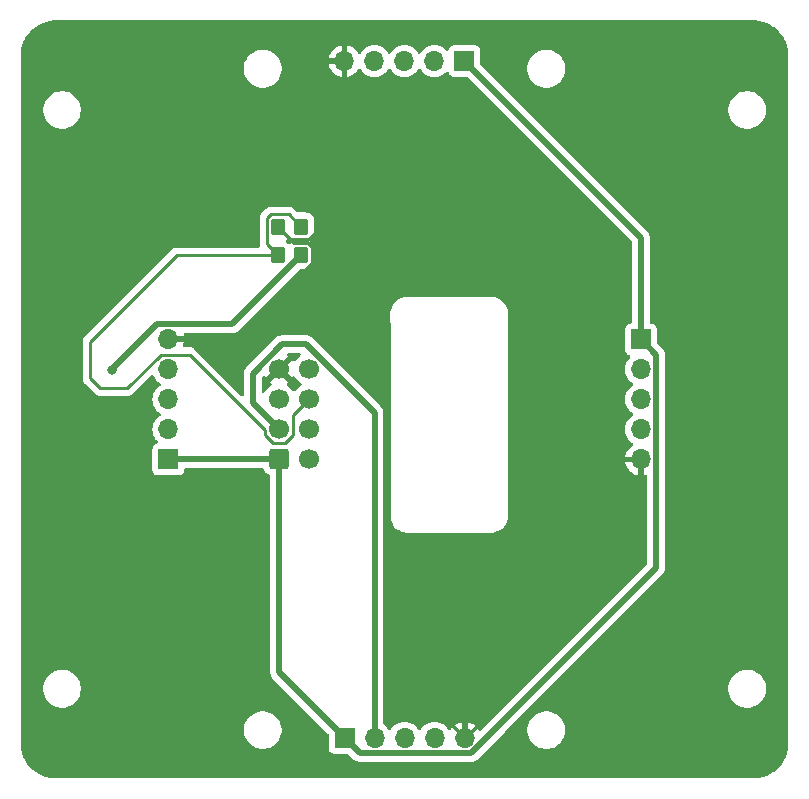
<source format=gbr>
%TF.GenerationSoftware,KiCad,Pcbnew,8.0.0-dirty*%
%TF.CreationDate,2024-04-14T22:52:08-04:00*%
%TF.ProjectId,UltrasonicPCB,556c7472-6173-46f6-9e69-635043422e6b,rev?*%
%TF.SameCoordinates,Original*%
%TF.FileFunction,Copper,L2,Bot*%
%TF.FilePolarity,Positive*%
%FSLAX46Y46*%
G04 Gerber Fmt 4.6, Leading zero omitted, Abs format (unit mm)*
G04 Created by KiCad (PCBNEW 8.0.0-dirty) date 2024-04-14 22:52:08*
%MOMM*%
%LPD*%
G01*
G04 APERTURE LIST*
G04 Aperture macros list*
%AMRoundRect*
0 Rectangle with rounded corners*
0 $1 Rounding radius*
0 $2 $3 $4 $5 $6 $7 $8 $9 X,Y pos of 4 corners*
0 Add a 4 corners polygon primitive as box body*
4,1,4,$2,$3,$4,$5,$6,$7,$8,$9,$2,$3,0*
0 Add four circle primitives for the rounded corners*
1,1,$1+$1,$2,$3*
1,1,$1+$1,$4,$5*
1,1,$1+$1,$6,$7*
1,1,$1+$1,$8,$9*
0 Add four rect primitives between the rounded corners*
20,1,$1+$1,$2,$3,$4,$5,0*
20,1,$1+$1,$4,$5,$6,$7,0*
20,1,$1+$1,$6,$7,$8,$9,0*
20,1,$1+$1,$8,$9,$2,$3,0*%
G04 Aperture macros list end*
%TA.AperFunction,ComponentPad*%
%ADD10R,1.700000X1.700000*%
%TD*%
%TA.AperFunction,ComponentPad*%
%ADD11O,1.700000X1.700000*%
%TD*%
%TA.AperFunction,SMDPad,CuDef*%
%ADD12RoundRect,0.250000X0.350000X0.450000X-0.350000X0.450000X-0.350000X-0.450000X0.350000X-0.450000X0*%
%TD*%
%TA.AperFunction,ComponentPad*%
%ADD13RoundRect,0.250000X-0.600000X-0.600000X0.600000X-0.600000X0.600000X0.600000X-0.600000X0.600000X0*%
%TD*%
%TA.AperFunction,ComponentPad*%
%ADD14C,1.700000*%
%TD*%
%TA.AperFunction,ViaPad*%
%ADD15C,0.800000*%
%TD*%
%TA.AperFunction,Conductor*%
%ADD16C,0.500000*%
%TD*%
%TA.AperFunction,Conductor*%
%ADD17C,0.250000*%
%TD*%
G04 APERTURE END LIST*
D10*
%TO.P,U3,1,VCC*%
%TO.N,5V*%
X131290000Y-70060000D03*
D11*
%TO.P,U3,2,TRIG*%
%TO.N,TRIG3*%
X128750000Y-70060000D03*
%TO.P,U3,3,ECHO*%
%TO.N,Net-(D3-A)*%
X126210000Y-70060000D03*
%TO.P,U3,4,OUT*%
%TO.N,unconnected-(U3-OUT-Pad4)*%
X123670000Y-70060000D03*
%TO.P,U3,5,GND*%
%TO.N,GND*%
X121130000Y-70060000D03*
%TD*%
D10*
%TO.P,U2,1,VCC*%
%TO.N,5V*%
X121140000Y-127340000D03*
D11*
%TO.P,U2,2,TRIG*%
%TO.N,TRIG2*%
X123680000Y-127340000D03*
%TO.P,U2,3,ECHO*%
%TO.N,Net-(D2-A)*%
X126220000Y-127340000D03*
%TO.P,U2,4,OUT*%
%TO.N,unconnected-(U2-OUT-Pad4)*%
X128760000Y-127340000D03*
%TO.P,U2,5,GND*%
%TO.N,GND*%
X131300000Y-127340000D03*
%TD*%
D12*
%TO.P,R2,1*%
%TO.N,Net-(J2-Pin_6)*%
X117490000Y-84070000D03*
%TO.P,R2,2*%
%TO.N,GND*%
X115490000Y-84070000D03*
%TD*%
D10*
%TO.P,U5,1,VCC*%
%TO.N,5V*%
X146230000Y-93630000D03*
D11*
%TO.P,U5,2,TRIG*%
%TO.N,TRIG4*%
X146230000Y-96170000D03*
%TO.P,U5,3,ECHO*%
%TO.N,Net-(D4-A)*%
X146230000Y-98710000D03*
%TO.P,U5,4,OUT*%
%TO.N,unconnected-(U5-OUT-Pad4)*%
X146230000Y-101250000D03*
%TO.P,U5,5,GND*%
%TO.N,GND*%
X146230000Y-103790000D03*
%TD*%
D10*
%TO.P,U1,1,VCC*%
%TO.N,5V*%
X106220000Y-103785000D03*
D11*
%TO.P,U1,2,TRIG*%
%TO.N,TRIG1*%
X106220000Y-101245000D03*
%TO.P,U1,3,ECHO*%
%TO.N,Net-(D1-A)*%
X106220000Y-98705000D03*
%TO.P,U1,4,OUT*%
%TO.N,unconnected-(U1-OUT-Pad4)*%
X106220000Y-96165000D03*
%TO.P,U1,5,GND*%
%TO.N,GND*%
X106220000Y-93625000D03*
%TD*%
D12*
%TO.P,R1,1*%
%TO.N,ECHO*%
X117470000Y-86470000D03*
%TO.P,R1,2*%
%TO.N,Net-(J2-Pin_6)*%
X115470000Y-86470000D03*
%TD*%
D13*
%TO.P,J2,1,Pin_1*%
%TO.N,5V*%
X115590000Y-103740000D03*
D14*
%TO.P,J2,2,Pin_2*%
%TO.N,TRIG1*%
X118130000Y-103740000D03*
%TO.P,J2,3,Pin_3*%
%TO.N,TRIG2*%
X115590000Y-101200000D03*
%TO.P,J2,4,Pin_4*%
%TO.N,TRIG3*%
X118130000Y-101200000D03*
%TO.P,J2,5,Pin_5*%
%TO.N,TRIG4*%
X115590000Y-98660000D03*
%TO.P,J2,6,Pin_6*%
%TO.N,Net-(J2-Pin_6)*%
X118130000Y-98660000D03*
%TO.P,J2,7,Pin_7*%
%TO.N,GND*%
X115590000Y-96120000D03*
%TO.P,J2,8*%
%TO.N,N/C*%
X118130000Y-96120000D03*
%TD*%
D15*
%TO.N,ECHO*%
X101422500Y-96202500D03*
%TD*%
D16*
%TO.N,5V*%
X146230000Y-93630000D02*
X146230000Y-85000000D01*
X115590000Y-103740000D02*
X106265000Y-103740000D01*
X147530000Y-112948478D02*
X131838478Y-128640000D01*
X147530000Y-94930000D02*
X147530000Y-112948478D01*
X146230000Y-93630000D02*
X147530000Y-94930000D01*
X131838478Y-128640000D02*
X122440000Y-128640000D01*
X106265000Y-103740000D02*
X106220000Y-103785000D01*
X115590000Y-103740000D02*
X115590000Y-121790000D01*
X146230000Y-85000000D02*
X131290000Y-70060000D01*
X122440000Y-128640000D02*
X121140000Y-127340000D01*
X115590000Y-121790000D02*
X121140000Y-127340000D01*
D17*
%TO.N,GND*%
X115490000Y-84070000D02*
X116515000Y-85095000D01*
X116515000Y-85095000D02*
X118085100Y-85095000D01*
X118395000Y-85774900D02*
X118395000Y-87165100D01*
X118395000Y-87165100D02*
X111935100Y-93625000D01*
X116710000Y-85290000D02*
X115490000Y-84070000D01*
X131300000Y-127340000D02*
X146230000Y-112410000D01*
X124868969Y-92248869D02*
X117910100Y-85290000D01*
X117910100Y-85290000D02*
X116710000Y-85290000D01*
X111935100Y-93625000D02*
X106220000Y-93625000D01*
X118085100Y-85095000D02*
X121130000Y-82050100D01*
X116865000Y-85445000D02*
X118065100Y-85445000D01*
X146230000Y-112410000D02*
X146230000Y-103790000D01*
X121130000Y-82050100D02*
X121130000Y-70060000D01*
X131300000Y-127340000D02*
X124868969Y-120908969D01*
X115490000Y-84070000D02*
X116865000Y-85445000D01*
X118065100Y-85445000D02*
X118395000Y-85774900D01*
X124868969Y-120908969D02*
X124868969Y-92248869D01*
D16*
%TO.N,TRIG2*%
X115851522Y-94020000D02*
X117868478Y-94020000D01*
X115590000Y-101200000D02*
X113360000Y-98970000D01*
X113360000Y-96511522D02*
X115851522Y-94020000D01*
X113360000Y-98970000D02*
X113360000Y-96511522D01*
X117868478Y-94020000D02*
X123680000Y-99831522D01*
X123680000Y-99831522D02*
X123680000Y-127340000D01*
%TO.N,ECHO*%
X101422500Y-96157500D02*
X101470000Y-96110000D01*
X105255000Y-92325000D02*
X101470000Y-96110000D01*
X101422500Y-96202500D02*
X101422500Y-96157500D01*
X117470000Y-86470000D02*
X111615000Y-92325000D01*
X111615000Y-92325000D02*
X105255000Y-92325000D01*
X101470000Y-96110000D02*
X101470000Y-96155000D01*
X101470000Y-96155000D02*
X101422500Y-96202500D01*
D17*
%TO.N,Net-(J2-Pin_6)*%
X116765000Y-100025000D02*
X116765000Y-101686701D01*
X114415000Y-101305000D02*
X108020000Y-94910000D01*
X99580000Y-93810000D02*
X106920000Y-86470000D01*
X114885000Y-83045000D02*
X116465000Y-83045000D01*
X100470000Y-97780000D02*
X99580000Y-96890000D01*
X115103299Y-102375000D02*
X114415000Y-101686701D01*
X116765000Y-101686701D02*
X116076701Y-102375000D01*
X114565000Y-85565000D02*
X114565000Y-83365000D01*
X114415000Y-101686701D02*
X114415000Y-101305000D01*
X102753299Y-97780000D02*
X100470000Y-97780000D01*
X115470000Y-86470000D02*
X114565000Y-85565000D01*
X116076701Y-102375000D02*
X115103299Y-102375000D01*
X116465000Y-83045000D02*
X117490000Y-84070000D01*
X105623299Y-94910000D02*
X102753299Y-97780000D01*
X106920000Y-86470000D02*
X115470000Y-86470000D01*
X114565000Y-83365000D02*
X114885000Y-83045000D01*
X118130000Y-98660000D02*
X116765000Y-100025000D01*
X108020000Y-94910000D02*
X105623299Y-94910000D01*
X99580000Y-96890000D02*
X99580000Y-93810000D01*
%TD*%
%TA.AperFunction,Conductor*%
%TO.N,GND*%
G36*
X115124075Y-96312993D02*
G01*
X115189901Y-96427007D01*
X115282993Y-96520099D01*
X115397007Y-96585925D01*
X115460590Y-96602962D01*
X114828625Y-97234925D01*
X114904594Y-97288119D01*
X114948219Y-97342696D01*
X114955413Y-97412194D01*
X114923890Y-97474549D01*
X114904595Y-97491269D01*
X114718594Y-97621508D01*
X114551505Y-97788597D01*
X114415965Y-97982169D01*
X114415964Y-97982171D01*
X114346882Y-98130319D01*
X114300710Y-98182758D01*
X114233516Y-98201910D01*
X114166635Y-98181694D01*
X114121300Y-98128529D01*
X114110500Y-98077914D01*
X114110500Y-96873750D01*
X114130185Y-96806711D01*
X114146814Y-96786074D01*
X114201789Y-96731099D01*
X114263110Y-96697616D01*
X114332802Y-96702600D01*
X114388735Y-96744472D01*
X114401849Y-96766376D01*
X114416396Y-96797572D01*
X114416400Y-96797579D01*
X114475073Y-96881373D01*
X115107037Y-96249408D01*
X115124075Y-96312993D01*
G37*
%TD.AperFunction*%
%TA.AperFunction,Conductor*%
G36*
X116704925Y-96881373D02*
G01*
X116758119Y-96805405D01*
X116812696Y-96761781D01*
X116882195Y-96754588D01*
X116944549Y-96786110D01*
X116961269Y-96805405D01*
X116973161Y-96822389D01*
X117091505Y-96991401D01*
X117091506Y-96991402D01*
X117258597Y-97158493D01*
X117258603Y-97158498D01*
X117444158Y-97288425D01*
X117487783Y-97343002D01*
X117494977Y-97412500D01*
X117463454Y-97474855D01*
X117444158Y-97491575D01*
X117258597Y-97621505D01*
X117091505Y-97788597D01*
X116961575Y-97974158D01*
X116906998Y-98017783D01*
X116837500Y-98024977D01*
X116775145Y-97993454D01*
X116758425Y-97974158D01*
X116628494Y-97788597D01*
X116461402Y-97621506D01*
X116461401Y-97621505D01*
X116275405Y-97491269D01*
X116231781Y-97436692D01*
X116224588Y-97367193D01*
X116256110Y-97304839D01*
X116275405Y-97288119D01*
X116351373Y-97234925D01*
X115719409Y-96602962D01*
X115782993Y-96585925D01*
X115897007Y-96520099D01*
X115990099Y-96427007D01*
X116055925Y-96312993D01*
X116072962Y-96249410D01*
X116704925Y-96881373D01*
G37*
%TD.AperFunction*%
%TA.AperFunction,Conductor*%
G36*
X117376522Y-94790185D02*
G01*
X117422277Y-94842989D01*
X117432221Y-94912147D01*
X117403196Y-94975703D01*
X117380606Y-94996075D01*
X117258596Y-95081506D01*
X117091505Y-95248597D01*
X116961269Y-95434595D01*
X116906692Y-95478220D01*
X116837194Y-95485414D01*
X116774839Y-95453891D01*
X116758119Y-95434595D01*
X116704925Y-95358626D01*
X116704925Y-95358625D01*
X116072962Y-95990589D01*
X116055925Y-95927007D01*
X115990099Y-95812993D01*
X115897007Y-95719901D01*
X115782993Y-95654075D01*
X115719408Y-95637037D01*
X116351373Y-95005073D01*
X116351373Y-95005072D01*
X116338523Y-94996075D01*
X116294898Y-94941499D01*
X116287704Y-94872000D01*
X116319226Y-94809646D01*
X116379456Y-94774231D01*
X116409646Y-94770500D01*
X117309483Y-94770500D01*
X117376522Y-94790185D01*
G37*
%TD.AperFunction*%
%TA.AperFunction,Conductor*%
G36*
X116532979Y-84990194D02*
G01*
X116577327Y-85018695D01*
X116671344Y-85112712D01*
X116745242Y-85158292D01*
X116791967Y-85210239D01*
X116803190Y-85279202D01*
X116775347Y-85343284D01*
X116745244Y-85369369D01*
X116651344Y-85427287D01*
X116651343Y-85427288D01*
X116557681Y-85520951D01*
X116496358Y-85554436D01*
X116426666Y-85549452D01*
X116382319Y-85520951D01*
X116288657Y-85427289D01*
X116288656Y-85427288D01*
X116214279Y-85381412D01*
X116167556Y-85329465D01*
X116156333Y-85260502D01*
X116184177Y-85196420D01*
X116214281Y-85170335D01*
X116308341Y-85112318D01*
X116401964Y-85018695D01*
X116463287Y-84985210D01*
X116532979Y-84990194D01*
G37*
%TD.AperFunction*%
%TA.AperFunction,Conductor*%
G36*
X155720858Y-66600005D02*
G01*
X155779039Y-66600816D01*
X155882007Y-66602254D01*
X155894140Y-66603019D01*
X156215276Y-66639148D01*
X156228965Y-66641470D01*
X156543192Y-66713081D01*
X156556530Y-66716918D01*
X156860797Y-66823216D01*
X156873614Y-66828517D01*
X157139222Y-66956211D01*
X157164091Y-66968167D01*
X157176248Y-66974875D01*
X157449271Y-67146113D01*
X157460603Y-67154138D01*
X157712771Y-67354828D01*
X157723134Y-67364068D01*
X157951295Y-67591701D01*
X157960560Y-67602044D01*
X158161833Y-67853751D01*
X158169884Y-67865063D01*
X158341758Y-68137701D01*
X158348493Y-68149843D01*
X158488806Y-68439978D01*
X158494142Y-68452797D01*
X158589923Y-68724938D01*
X158601140Y-68756807D01*
X158605009Y-68770142D01*
X158677346Y-69084205D01*
X158679700Y-69097889D01*
X158716569Y-69418926D01*
X158717363Y-69431057D01*
X158719982Y-69592085D01*
X158719998Y-69594102D01*
X158720000Y-73700000D01*
X158720000Y-123700000D01*
X158719998Y-127799141D01*
X158719987Y-127800816D01*
X158717807Y-127962232D01*
X158717038Y-127974441D01*
X158680806Y-128296007D01*
X158678477Y-128309716D01*
X158606654Y-128624392D01*
X158602805Y-128637754D01*
X158496198Y-128942420D01*
X158490876Y-128955267D01*
X158350833Y-129246067D01*
X158344107Y-129258237D01*
X158172382Y-129531536D01*
X158164335Y-129542877D01*
X157963090Y-129795231D01*
X157953824Y-129805599D01*
X157725596Y-130033827D01*
X157715228Y-130043093D01*
X157462874Y-130244338D01*
X157451533Y-130252385D01*
X157178234Y-130424109D01*
X157166064Y-130430835D01*
X156875263Y-130570878D01*
X156862416Y-130576200D01*
X156557748Y-130682808D01*
X156544385Y-130686657D01*
X156229714Y-130758477D01*
X156216005Y-130760806D01*
X155894434Y-130797038D01*
X155882232Y-130797807D01*
X155720808Y-130799995D01*
X155719127Y-130800006D01*
X96720856Y-130799984D01*
X96719183Y-130799973D01*
X96714544Y-130799910D01*
X96557766Y-130797793D01*
X96545557Y-130797024D01*
X96223991Y-130760791D01*
X96210282Y-130758462D01*
X95895600Y-130686638D01*
X95882238Y-130682788D01*
X95577589Y-130576186D01*
X95564742Y-130570865D01*
X95273934Y-130430819D01*
X95261764Y-130424093D01*
X94988466Y-130252368D01*
X94977125Y-130244321D01*
X94724773Y-130043075D01*
X94714405Y-130033809D01*
X94486175Y-129805578D01*
X94476909Y-129795209D01*
X94474377Y-129792034D01*
X94275667Y-129542858D01*
X94267624Y-129531523D01*
X94175409Y-129384763D01*
X94095894Y-129258214D01*
X94089170Y-129246046D01*
X94078048Y-129222950D01*
X93949126Y-128955238D01*
X93943814Y-128942415D01*
X93837200Y-128637727D01*
X93833356Y-128624384D01*
X93761533Y-128309699D01*
X93759205Y-128295992D01*
X93752657Y-128237876D01*
X93722971Y-127974400D01*
X93722205Y-127962232D01*
X93720011Y-127800793D01*
X93720000Y-127799109D01*
X93720000Y-126825734D01*
X112622466Y-126825734D01*
X112661801Y-127074090D01*
X112739508Y-127313244D01*
X112853668Y-127537293D01*
X113001463Y-127740717D01*
X113001467Y-127740722D01*
X113179277Y-127918532D01*
X113179282Y-127918536D01*
X113356720Y-128047451D01*
X113382710Y-128066334D01*
X113525474Y-128139076D01*
X113606755Y-128180491D01*
X113606757Y-128180491D01*
X113606760Y-128180493D01*
X113734949Y-128222144D01*
X113845909Y-128258198D01*
X114094266Y-128297534D01*
X114345729Y-128297534D01*
X114345734Y-128297534D01*
X114594090Y-128258198D01*
X114656634Y-128237876D01*
X114833240Y-128180493D01*
X115057290Y-128066334D01*
X115260724Y-127918531D01*
X115438531Y-127740724D01*
X115586334Y-127537290D01*
X115700493Y-127313240D01*
X115778198Y-127074090D01*
X115817534Y-126825729D01*
X115820000Y-126700000D01*
X115817534Y-126574271D01*
X115778198Y-126325910D01*
X115700493Y-126086760D01*
X115700491Y-126086757D01*
X115700491Y-126086755D01*
X115648308Y-125984341D01*
X115586334Y-125862710D01*
X115567451Y-125836720D01*
X115438536Y-125659282D01*
X115438532Y-125659277D01*
X115260722Y-125481467D01*
X115260717Y-125481463D01*
X115057293Y-125333668D01*
X115057292Y-125333667D01*
X115057290Y-125333666D01*
X114987322Y-125298015D01*
X114833244Y-125219508D01*
X114594090Y-125141801D01*
X114345734Y-125102466D01*
X114345729Y-125102466D01*
X114094271Y-125102466D01*
X114094266Y-125102466D01*
X113845909Y-125141801D01*
X113606755Y-125219508D01*
X113382706Y-125333668D01*
X113179282Y-125481463D01*
X113179277Y-125481467D01*
X113001467Y-125659277D01*
X113001463Y-125659282D01*
X112853668Y-125862706D01*
X112739508Y-126086755D01*
X112661801Y-126325909D01*
X112622466Y-126574265D01*
X112622466Y-126825734D01*
X93720000Y-126825734D01*
X93720000Y-123325734D01*
X95622466Y-123325734D01*
X95661801Y-123574090D01*
X95739508Y-123813244D01*
X95853668Y-124037293D01*
X96001463Y-124240717D01*
X96001467Y-124240722D01*
X96179277Y-124418532D01*
X96179282Y-124418536D01*
X96356720Y-124547451D01*
X96382710Y-124566334D01*
X96525474Y-124639076D01*
X96606755Y-124680491D01*
X96606757Y-124680491D01*
X96606760Y-124680493D01*
X96734949Y-124722144D01*
X96845909Y-124758198D01*
X97094266Y-124797534D01*
X97345729Y-124797534D01*
X97345734Y-124797534D01*
X97594090Y-124758198D01*
X97833240Y-124680493D01*
X98057290Y-124566334D01*
X98260724Y-124418531D01*
X98438531Y-124240724D01*
X98586334Y-124037290D01*
X98700493Y-123813240D01*
X98778198Y-123574090D01*
X98817534Y-123325729D01*
X98820000Y-123200000D01*
X98817534Y-123074271D01*
X98778198Y-122825910D01*
X98700493Y-122586760D01*
X98700491Y-122586757D01*
X98700491Y-122586755D01*
X98659076Y-122505474D01*
X98586334Y-122362710D01*
X98464288Y-122194727D01*
X98438536Y-122159282D01*
X98438532Y-122159277D01*
X98260722Y-121981467D01*
X98260717Y-121981463D01*
X98057293Y-121833668D01*
X98057292Y-121833667D01*
X98057290Y-121833666D01*
X97987322Y-121798015D01*
X97833244Y-121719508D01*
X97594090Y-121641801D01*
X97345734Y-121602466D01*
X97345729Y-121602466D01*
X97094271Y-121602466D01*
X97094266Y-121602466D01*
X96845909Y-121641801D01*
X96606755Y-121719508D01*
X96382706Y-121833668D01*
X96179282Y-121981463D01*
X96179277Y-121981467D01*
X96001467Y-122159277D01*
X96001463Y-122159282D01*
X95853668Y-122362706D01*
X95739508Y-122586755D01*
X95661801Y-122825909D01*
X95622466Y-123074265D01*
X95622466Y-123325734D01*
X93720000Y-123325734D01*
X93720000Y-96951611D01*
X98954500Y-96951611D01*
X98978535Y-97072444D01*
X98978540Y-97072461D01*
X99025685Y-97186281D01*
X99025687Y-97186284D01*
X99052016Y-97225687D01*
X99052017Y-97225689D01*
X99094141Y-97288732D01*
X99094144Y-97288736D01*
X99185586Y-97380178D01*
X99185608Y-97380198D01*
X99981016Y-98175606D01*
X99981045Y-98175637D01*
X100071264Y-98265856D01*
X100071267Y-98265858D01*
X100122490Y-98300084D01*
X100173714Y-98334312D01*
X100244698Y-98363714D01*
X100287548Y-98381463D01*
X100315627Y-98387048D01*
X100408391Y-98405499D01*
X100408392Y-98405500D01*
X100408393Y-98405500D01*
X102814907Y-98405500D01*
X102814907Y-98405499D01*
X102907672Y-98387048D01*
X102907673Y-98387048D01*
X102917116Y-98385169D01*
X102935751Y-98381463D01*
X102978601Y-98363714D01*
X103049585Y-98334312D01*
X103100808Y-98300084D01*
X103152032Y-98265858D01*
X103239157Y-98178733D01*
X103239158Y-98178731D01*
X103246224Y-98171665D01*
X103246227Y-98171661D01*
X104770989Y-96646898D01*
X104832310Y-96613415D01*
X104902002Y-96618399D01*
X104957935Y-96660271D01*
X104971050Y-96682176D01*
X104995550Y-96734716D01*
X105036433Y-96822389D01*
X105045965Y-96842829D01*
X105045967Y-96842834D01*
X105122134Y-96951611D01*
X105165016Y-97012853D01*
X105181501Y-97036395D01*
X105181506Y-97036402D01*
X105348597Y-97203493D01*
X105348603Y-97203498D01*
X105534158Y-97333425D01*
X105577783Y-97388002D01*
X105584977Y-97457500D01*
X105553454Y-97519855D01*
X105534158Y-97536575D01*
X105348597Y-97666505D01*
X105181505Y-97833597D01*
X105045965Y-98027169D01*
X105045964Y-98027171D01*
X104946098Y-98241335D01*
X104946094Y-98241344D01*
X104884938Y-98469586D01*
X104884936Y-98469596D01*
X104864341Y-98704999D01*
X104864341Y-98705000D01*
X104884936Y-98940403D01*
X104884938Y-98940413D01*
X104946094Y-99168655D01*
X104946096Y-99168659D01*
X104946097Y-99168663D01*
X105032105Y-99353107D01*
X105045965Y-99382830D01*
X105045967Y-99382834D01*
X105181501Y-99576395D01*
X105181506Y-99576402D01*
X105348597Y-99743493D01*
X105348603Y-99743498D01*
X105534158Y-99873425D01*
X105577783Y-99928002D01*
X105584977Y-99997500D01*
X105553454Y-100059855D01*
X105534158Y-100076575D01*
X105348597Y-100206505D01*
X105181505Y-100373597D01*
X105045965Y-100567169D01*
X105045964Y-100567171D01*
X104946098Y-100781335D01*
X104946094Y-100781344D01*
X104884938Y-101009586D01*
X104884936Y-101009596D01*
X104864341Y-101244999D01*
X104864341Y-101245000D01*
X104884936Y-101480403D01*
X104884938Y-101480413D01*
X104946094Y-101708655D01*
X104946096Y-101708659D01*
X104946097Y-101708663D01*
X105024981Y-101877830D01*
X105045965Y-101922830D01*
X105045967Y-101922834D01*
X105119002Y-102027138D01*
X105181501Y-102116396D01*
X105181506Y-102116402D01*
X105303430Y-102238326D01*
X105336915Y-102299649D01*
X105331931Y-102369341D01*
X105290059Y-102425274D01*
X105259083Y-102442189D01*
X105127669Y-102491203D01*
X105127664Y-102491206D01*
X105012455Y-102577452D01*
X105012452Y-102577455D01*
X104926206Y-102692664D01*
X104926202Y-102692671D01*
X104875908Y-102827517D01*
X104869501Y-102887116D01*
X104869500Y-102887135D01*
X104869500Y-104682870D01*
X104869501Y-104682876D01*
X104875908Y-104742483D01*
X104926202Y-104877328D01*
X104926206Y-104877335D01*
X105012452Y-104992544D01*
X105012455Y-104992547D01*
X105127664Y-105078793D01*
X105127671Y-105078797D01*
X105262517Y-105129091D01*
X105262516Y-105129091D01*
X105269444Y-105129835D01*
X105322127Y-105135500D01*
X107117872Y-105135499D01*
X107177483Y-105129091D01*
X107312331Y-105078796D01*
X107427546Y-104992546D01*
X107513796Y-104877331D01*
X107564091Y-104742483D01*
X107570500Y-104682873D01*
X107570500Y-104614500D01*
X107590185Y-104547461D01*
X107642989Y-104501706D01*
X107694500Y-104490500D01*
X114159699Y-104490500D01*
X114226738Y-104510185D01*
X114272493Y-104562989D01*
X114277403Y-104575492D01*
X114305186Y-104659334D01*
X114397288Y-104808656D01*
X114521344Y-104932712D01*
X114670666Y-105024814D01*
X114754505Y-105052595D01*
X114811948Y-105092366D01*
X114838772Y-105156882D01*
X114839500Y-105170300D01*
X114839500Y-121863918D01*
X114839500Y-121863920D01*
X114839499Y-121863920D01*
X114868340Y-122008907D01*
X114868343Y-122008917D01*
X114924914Y-122145492D01*
X114957812Y-122194727D01*
X114957813Y-122194730D01*
X115007046Y-122268414D01*
X115007052Y-122268421D01*
X119753181Y-127014548D01*
X119786666Y-127075871D01*
X119789500Y-127102229D01*
X119789500Y-128237870D01*
X119789501Y-128237876D01*
X119795908Y-128297483D01*
X119846202Y-128432328D01*
X119846206Y-128432335D01*
X119932452Y-128547544D01*
X119932455Y-128547547D01*
X120047664Y-128633793D01*
X120047671Y-128633797D01*
X120182517Y-128684091D01*
X120182516Y-128684091D01*
X120189444Y-128684835D01*
X120242127Y-128690500D01*
X121377769Y-128690499D01*
X121444808Y-128710184D01*
X121465450Y-128726818D01*
X121857049Y-129118416D01*
X121961584Y-129222951D01*
X121961587Y-129222953D01*
X121961588Y-129222954D01*
X122084503Y-129305083D01*
X122084506Y-129305085D01*
X122141079Y-129328518D01*
X122141080Y-129328518D01*
X122221088Y-129361659D01*
X122337241Y-129384763D01*
X122356468Y-129388587D01*
X122366081Y-129390500D01*
X122366082Y-129390500D01*
X131912398Y-129390500D01*
X132009940Y-129371096D01*
X132057391Y-129361658D01*
X132193973Y-129305084D01*
X132243207Y-129272186D01*
X132264119Y-129258214D01*
X132282330Y-129246046D01*
X132316894Y-129222952D01*
X134714112Y-126825734D01*
X136622466Y-126825734D01*
X136661801Y-127074090D01*
X136739508Y-127313244D01*
X136853668Y-127537293D01*
X137001463Y-127740717D01*
X137001467Y-127740722D01*
X137179277Y-127918532D01*
X137179282Y-127918536D01*
X137356720Y-128047451D01*
X137382710Y-128066334D01*
X137525474Y-128139076D01*
X137606755Y-128180491D01*
X137606757Y-128180491D01*
X137606760Y-128180493D01*
X137734949Y-128222144D01*
X137845909Y-128258198D01*
X138094266Y-128297534D01*
X138345729Y-128297534D01*
X138345734Y-128297534D01*
X138594090Y-128258198D01*
X138656634Y-128237876D01*
X138833240Y-128180493D01*
X139057290Y-128066334D01*
X139260724Y-127918531D01*
X139438531Y-127740724D01*
X139586334Y-127537290D01*
X139700493Y-127313240D01*
X139778198Y-127074090D01*
X139817534Y-126825729D01*
X139820000Y-126700000D01*
X139817534Y-126574271D01*
X139778198Y-126325910D01*
X139700493Y-126086760D01*
X139700491Y-126086757D01*
X139700491Y-126086755D01*
X139648308Y-125984341D01*
X139586334Y-125862710D01*
X139567451Y-125836720D01*
X139438536Y-125659282D01*
X139438532Y-125659277D01*
X139260722Y-125481467D01*
X139260717Y-125481463D01*
X139057293Y-125333668D01*
X139057292Y-125333667D01*
X139057290Y-125333666D01*
X138987322Y-125298015D01*
X138833244Y-125219508D01*
X138594090Y-125141801D01*
X138345734Y-125102466D01*
X138345729Y-125102466D01*
X138094271Y-125102466D01*
X138094266Y-125102466D01*
X137845909Y-125141801D01*
X137606755Y-125219508D01*
X137382706Y-125333668D01*
X137179282Y-125481463D01*
X137179277Y-125481467D01*
X137001467Y-125659277D01*
X137001463Y-125659282D01*
X136853668Y-125862706D01*
X136739508Y-126086755D01*
X136661801Y-126325909D01*
X136622466Y-126574265D01*
X136622466Y-126825734D01*
X134714112Y-126825734D01*
X138214112Y-123325734D01*
X153622466Y-123325734D01*
X153661801Y-123574090D01*
X153739508Y-123813244D01*
X153853668Y-124037293D01*
X154001463Y-124240717D01*
X154001467Y-124240722D01*
X154179277Y-124418532D01*
X154179282Y-124418536D01*
X154356720Y-124547451D01*
X154382710Y-124566334D01*
X154525474Y-124639076D01*
X154606755Y-124680491D01*
X154606757Y-124680491D01*
X154606760Y-124680493D01*
X154734949Y-124722144D01*
X154845909Y-124758198D01*
X155094266Y-124797534D01*
X155345729Y-124797534D01*
X155345734Y-124797534D01*
X155594090Y-124758198D01*
X155833240Y-124680493D01*
X156057290Y-124566334D01*
X156260724Y-124418531D01*
X156438531Y-124240724D01*
X156586334Y-124037290D01*
X156700493Y-123813240D01*
X156778198Y-123574090D01*
X156817534Y-123325729D01*
X156820000Y-123200000D01*
X156817534Y-123074271D01*
X156778198Y-122825910D01*
X156700493Y-122586760D01*
X156700491Y-122586757D01*
X156700491Y-122586755D01*
X156659076Y-122505474D01*
X156586334Y-122362710D01*
X156464288Y-122194727D01*
X156438536Y-122159282D01*
X156438532Y-122159277D01*
X156260722Y-121981467D01*
X156260717Y-121981463D01*
X156057293Y-121833668D01*
X156057292Y-121833667D01*
X156057290Y-121833666D01*
X155987322Y-121798015D01*
X155833244Y-121719508D01*
X155594090Y-121641801D01*
X155345734Y-121602466D01*
X155345729Y-121602466D01*
X155094271Y-121602466D01*
X155094266Y-121602466D01*
X154845909Y-121641801D01*
X154606755Y-121719508D01*
X154382706Y-121833668D01*
X154179282Y-121981463D01*
X154179277Y-121981467D01*
X154001467Y-122159277D01*
X154001463Y-122159282D01*
X153853668Y-122362706D01*
X153739508Y-122586755D01*
X153661801Y-122825909D01*
X153622466Y-123074265D01*
X153622466Y-123325734D01*
X138214112Y-123325734D01*
X148112951Y-113426894D01*
X148195084Y-113303973D01*
X148251658Y-113167391D01*
X148280500Y-113022396D01*
X148280500Y-112874561D01*
X148280500Y-94856082D01*
X148276812Y-94837544D01*
X148272197Y-94814342D01*
X148272197Y-94814341D01*
X148251659Y-94711088D01*
X148211325Y-94613714D01*
X148195084Y-94574505D01*
X148195083Y-94574504D01*
X148195080Y-94574498D01*
X148112952Y-94451585D01*
X148085507Y-94424140D01*
X148008416Y-94347049D01*
X147616818Y-93955451D01*
X147583333Y-93894128D01*
X147580499Y-93867770D01*
X147580499Y-92732129D01*
X147580498Y-92732123D01*
X147580497Y-92732116D01*
X147574091Y-92672517D01*
X147523796Y-92537669D01*
X147523795Y-92537668D01*
X147523793Y-92537664D01*
X147437547Y-92422455D01*
X147437544Y-92422452D01*
X147322335Y-92336206D01*
X147322328Y-92336202D01*
X147187482Y-92285908D01*
X147187483Y-92285908D01*
X147127883Y-92279501D01*
X147127881Y-92279500D01*
X147127873Y-92279500D01*
X147127865Y-92279500D01*
X147104500Y-92279500D01*
X147037461Y-92259815D01*
X146991706Y-92207011D01*
X146980500Y-92155500D01*
X146980500Y-84926081D01*
X146974763Y-84897242D01*
X146974763Y-84897240D01*
X146951660Y-84781095D01*
X146951659Y-84781088D01*
X146897408Y-84650117D01*
X146895764Y-84645522D01*
X146812954Y-84521588D01*
X146812953Y-84521587D01*
X146812951Y-84521584D01*
X146708416Y-84417049D01*
X136617102Y-74325734D01*
X153622466Y-74325734D01*
X153661801Y-74574090D01*
X153739508Y-74813244D01*
X153853668Y-75037293D01*
X154001463Y-75240717D01*
X154001467Y-75240722D01*
X154179277Y-75418532D01*
X154179282Y-75418536D01*
X154356720Y-75547451D01*
X154382710Y-75566334D01*
X154525474Y-75639076D01*
X154606755Y-75680491D01*
X154606757Y-75680491D01*
X154606760Y-75680493D01*
X154734949Y-75722144D01*
X154845909Y-75758198D01*
X155094266Y-75797534D01*
X155345729Y-75797534D01*
X155345734Y-75797534D01*
X155594090Y-75758198D01*
X155833240Y-75680493D01*
X156057290Y-75566334D01*
X156260724Y-75418531D01*
X156438531Y-75240724D01*
X156586334Y-75037290D01*
X156700493Y-74813240D01*
X156778198Y-74574090D01*
X156817534Y-74325729D01*
X156820000Y-74200000D01*
X156817534Y-74074271D01*
X156778198Y-73825910D01*
X156700493Y-73586760D01*
X156700491Y-73586757D01*
X156700491Y-73586755D01*
X156659076Y-73505474D01*
X156586334Y-73362710D01*
X156567451Y-73336720D01*
X156438536Y-73159282D01*
X156438532Y-73159277D01*
X156260722Y-72981467D01*
X156260717Y-72981463D01*
X156057293Y-72833668D01*
X156057292Y-72833667D01*
X156057290Y-72833666D01*
X155987322Y-72798015D01*
X155833244Y-72719508D01*
X155594090Y-72641801D01*
X155345734Y-72602466D01*
X155345729Y-72602466D01*
X155094271Y-72602466D01*
X155094266Y-72602466D01*
X154845909Y-72641801D01*
X154606755Y-72719508D01*
X154382706Y-72833668D01*
X154179282Y-72981463D01*
X154179277Y-72981467D01*
X154001467Y-73159277D01*
X154001463Y-73159282D01*
X153853668Y-73362706D01*
X153739508Y-73586755D01*
X153661801Y-73825909D01*
X153622466Y-74074265D01*
X153622466Y-74325734D01*
X136617102Y-74325734D01*
X133117102Y-70825734D01*
X136622466Y-70825734D01*
X136661801Y-71074090D01*
X136739508Y-71313244D01*
X136853668Y-71537293D01*
X137001463Y-71740717D01*
X137001467Y-71740722D01*
X137179277Y-71918532D01*
X137179282Y-71918536D01*
X137356720Y-72047451D01*
X137382710Y-72066334D01*
X137525474Y-72139076D01*
X137606755Y-72180491D01*
X137606757Y-72180491D01*
X137606760Y-72180493D01*
X137734949Y-72222144D01*
X137845909Y-72258198D01*
X138094266Y-72297534D01*
X138345729Y-72297534D01*
X138345734Y-72297534D01*
X138594090Y-72258198D01*
X138833240Y-72180493D01*
X139057290Y-72066334D01*
X139260724Y-71918531D01*
X139438531Y-71740724D01*
X139586334Y-71537290D01*
X139700493Y-71313240D01*
X139778198Y-71074090D01*
X139817534Y-70825729D01*
X139820000Y-70700000D01*
X139817534Y-70574271D01*
X139778198Y-70325910D01*
X139700493Y-70086760D01*
X139700491Y-70086757D01*
X139700491Y-70086755D01*
X139659076Y-70005474D01*
X139586334Y-69862710D01*
X139548037Y-69809999D01*
X139438536Y-69659282D01*
X139438532Y-69659277D01*
X139260722Y-69481467D01*
X139260717Y-69481463D01*
X139057293Y-69333668D01*
X139057292Y-69333667D01*
X139057290Y-69333666D01*
X138987322Y-69298015D01*
X138833244Y-69219508D01*
X138594090Y-69141801D01*
X138345734Y-69102466D01*
X138345729Y-69102466D01*
X138094271Y-69102466D01*
X138094266Y-69102466D01*
X137845909Y-69141801D01*
X137606755Y-69219508D01*
X137382706Y-69333668D01*
X137179282Y-69481463D01*
X137179277Y-69481467D01*
X137001467Y-69659277D01*
X137001463Y-69659282D01*
X136853668Y-69862706D01*
X136739508Y-70086755D01*
X136661801Y-70325909D01*
X136622466Y-70574265D01*
X136622466Y-70825734D01*
X133117102Y-70825734D01*
X132676818Y-70385450D01*
X132643333Y-70324127D01*
X132640499Y-70297769D01*
X132640499Y-69162129D01*
X132640498Y-69162123D01*
X132634091Y-69102516D01*
X132583797Y-68967671D01*
X132583793Y-68967664D01*
X132497547Y-68852455D01*
X132497544Y-68852452D01*
X132382335Y-68766206D01*
X132382328Y-68766202D01*
X132247482Y-68715908D01*
X132247483Y-68715908D01*
X132187883Y-68709501D01*
X132187881Y-68709500D01*
X132187873Y-68709500D01*
X132187864Y-68709500D01*
X130392129Y-68709500D01*
X130392123Y-68709501D01*
X130332516Y-68715908D01*
X130197671Y-68766202D01*
X130197664Y-68766206D01*
X130082455Y-68852452D01*
X130082452Y-68852455D01*
X129996206Y-68967664D01*
X129996203Y-68967669D01*
X129947189Y-69099083D01*
X129905317Y-69155016D01*
X129839853Y-69179433D01*
X129771580Y-69164581D01*
X129743326Y-69143430D01*
X129621402Y-69021506D01*
X129621395Y-69021501D01*
X129427834Y-68885967D01*
X129427830Y-68885965D01*
X129427828Y-68885964D01*
X129213663Y-68786097D01*
X129213659Y-68786096D01*
X129213655Y-68786094D01*
X128985413Y-68724938D01*
X128985403Y-68724936D01*
X128750001Y-68704341D01*
X128749999Y-68704341D01*
X128514596Y-68724936D01*
X128514586Y-68724938D01*
X128286344Y-68786094D01*
X128286335Y-68786098D01*
X128072171Y-68885964D01*
X128072169Y-68885965D01*
X127878597Y-69021505D01*
X127711505Y-69188597D01*
X127581575Y-69374158D01*
X127526998Y-69417783D01*
X127457500Y-69424977D01*
X127395145Y-69393454D01*
X127378425Y-69374158D01*
X127248494Y-69188597D01*
X127081402Y-69021506D01*
X127081395Y-69021501D01*
X126887834Y-68885967D01*
X126887830Y-68885965D01*
X126887828Y-68885964D01*
X126673663Y-68786097D01*
X126673659Y-68786096D01*
X126673655Y-68786094D01*
X126445413Y-68724938D01*
X126445403Y-68724936D01*
X126210001Y-68704341D01*
X126209999Y-68704341D01*
X125974596Y-68724936D01*
X125974586Y-68724938D01*
X125746344Y-68786094D01*
X125746335Y-68786098D01*
X125532171Y-68885964D01*
X125532169Y-68885965D01*
X125338597Y-69021505D01*
X125171505Y-69188597D01*
X125041575Y-69374158D01*
X124986998Y-69417783D01*
X124917500Y-69424977D01*
X124855145Y-69393454D01*
X124838425Y-69374158D01*
X124708494Y-69188597D01*
X124541402Y-69021506D01*
X124541395Y-69021501D01*
X124347834Y-68885967D01*
X124347830Y-68885965D01*
X124347828Y-68885964D01*
X124133663Y-68786097D01*
X124133659Y-68786096D01*
X124133655Y-68786094D01*
X123905413Y-68724938D01*
X123905403Y-68724936D01*
X123670001Y-68704341D01*
X123669999Y-68704341D01*
X123434596Y-68724936D01*
X123434586Y-68724938D01*
X123206344Y-68786094D01*
X123206335Y-68786098D01*
X122992171Y-68885964D01*
X122992169Y-68885965D01*
X122798597Y-69021505D01*
X122631508Y-69188594D01*
X122501269Y-69374595D01*
X122446692Y-69418219D01*
X122377193Y-69425412D01*
X122314839Y-69393890D01*
X122298119Y-69374594D01*
X122168113Y-69188926D01*
X122168108Y-69188920D01*
X122001082Y-69021894D01*
X121807578Y-68886399D01*
X121593492Y-68786570D01*
X121593486Y-68786567D01*
X121380000Y-68729364D01*
X121380000Y-69626988D01*
X121322993Y-69594075D01*
X121195826Y-69560000D01*
X121064174Y-69560000D01*
X120937007Y-69594075D01*
X120880000Y-69626988D01*
X120880000Y-68729364D01*
X120879999Y-68729364D01*
X120666513Y-68786567D01*
X120666507Y-68786570D01*
X120452422Y-68886399D01*
X120452420Y-68886400D01*
X120258926Y-69021886D01*
X120258920Y-69021891D01*
X120091891Y-69188920D01*
X120091886Y-69188926D01*
X119956400Y-69382420D01*
X119956399Y-69382422D01*
X119856570Y-69596507D01*
X119856567Y-69596513D01*
X119799364Y-69809999D01*
X119799364Y-69810000D01*
X120696988Y-69810000D01*
X120664075Y-69867007D01*
X120630000Y-69994174D01*
X120630000Y-70125826D01*
X120664075Y-70252993D01*
X120696988Y-70310000D01*
X119799364Y-70310000D01*
X119856567Y-70523486D01*
X119856570Y-70523492D01*
X119956399Y-70737578D01*
X120091894Y-70931082D01*
X120258917Y-71098105D01*
X120452421Y-71233600D01*
X120666507Y-71333429D01*
X120666516Y-71333433D01*
X120880000Y-71390634D01*
X120880000Y-70493012D01*
X120937007Y-70525925D01*
X121064174Y-70560000D01*
X121195826Y-70560000D01*
X121322993Y-70525925D01*
X121380000Y-70493012D01*
X121380000Y-71390633D01*
X121593483Y-71333433D01*
X121593492Y-71333429D01*
X121807578Y-71233600D01*
X122001082Y-71098105D01*
X122168105Y-70931082D01*
X122298119Y-70745405D01*
X122352696Y-70701781D01*
X122422195Y-70694588D01*
X122484549Y-70726110D01*
X122501269Y-70745405D01*
X122631505Y-70931401D01*
X122798599Y-71098495D01*
X122895384Y-71166265D01*
X122992165Y-71234032D01*
X122992167Y-71234033D01*
X122992170Y-71234035D01*
X123206337Y-71333903D01*
X123434592Y-71395063D01*
X123611034Y-71410500D01*
X123669999Y-71415659D01*
X123670000Y-71415659D01*
X123670001Y-71415659D01*
X123728966Y-71410500D01*
X123905408Y-71395063D01*
X124133663Y-71333903D01*
X124347830Y-71234035D01*
X124541401Y-71098495D01*
X124708495Y-70931401D01*
X124838425Y-70745842D01*
X124893002Y-70702217D01*
X124962500Y-70695023D01*
X125024855Y-70726546D01*
X125041575Y-70745842D01*
X125171281Y-70931082D01*
X125171505Y-70931401D01*
X125338599Y-71098495D01*
X125435384Y-71166265D01*
X125532165Y-71234032D01*
X125532167Y-71234033D01*
X125532170Y-71234035D01*
X125746337Y-71333903D01*
X125974592Y-71395063D01*
X126151034Y-71410500D01*
X126209999Y-71415659D01*
X126210000Y-71415659D01*
X126210001Y-71415659D01*
X126268966Y-71410500D01*
X126445408Y-71395063D01*
X126673663Y-71333903D01*
X126887830Y-71234035D01*
X127081401Y-71098495D01*
X127248495Y-70931401D01*
X127378425Y-70745842D01*
X127433002Y-70702217D01*
X127502500Y-70695023D01*
X127564855Y-70726546D01*
X127581575Y-70745842D01*
X127711281Y-70931082D01*
X127711505Y-70931401D01*
X127878599Y-71098495D01*
X127975384Y-71166265D01*
X128072165Y-71234032D01*
X128072167Y-71234033D01*
X128072170Y-71234035D01*
X128286337Y-71333903D01*
X128514592Y-71395063D01*
X128691034Y-71410500D01*
X128749999Y-71415659D01*
X128750000Y-71415659D01*
X128750001Y-71415659D01*
X128808966Y-71410500D01*
X128985408Y-71395063D01*
X129213663Y-71333903D01*
X129427830Y-71234035D01*
X129621401Y-71098495D01*
X129743329Y-70976566D01*
X129804648Y-70943084D01*
X129874340Y-70948068D01*
X129930274Y-70989939D01*
X129947189Y-71020917D01*
X129996202Y-71152328D01*
X129996206Y-71152335D01*
X130082452Y-71267544D01*
X130082455Y-71267547D01*
X130197664Y-71353793D01*
X130197671Y-71353797D01*
X130332517Y-71404091D01*
X130332516Y-71404091D01*
X130339444Y-71404835D01*
X130392127Y-71410500D01*
X131527769Y-71410499D01*
X131594808Y-71430184D01*
X131615450Y-71446818D01*
X145443181Y-85274548D01*
X145476666Y-85335871D01*
X145479500Y-85362229D01*
X145479500Y-92155500D01*
X145459815Y-92222539D01*
X145407011Y-92268294D01*
X145355505Y-92279500D01*
X145332132Y-92279500D01*
X145332123Y-92279501D01*
X145272516Y-92285908D01*
X145137671Y-92336202D01*
X145137664Y-92336206D01*
X145022455Y-92422452D01*
X145022452Y-92422455D01*
X144936206Y-92537664D01*
X144936202Y-92537671D01*
X144885908Y-92672517D01*
X144879501Y-92732116D01*
X144879501Y-92732123D01*
X144879500Y-92732135D01*
X144879500Y-94527870D01*
X144879501Y-94527876D01*
X144885908Y-94587483D01*
X144936202Y-94722328D01*
X144936206Y-94722335D01*
X145022452Y-94837544D01*
X145022455Y-94837547D01*
X145137664Y-94923793D01*
X145137671Y-94923797D01*
X145269081Y-94972810D01*
X145325015Y-95014681D01*
X145349432Y-95080145D01*
X145334580Y-95148418D01*
X145313430Y-95176673D01*
X145191503Y-95298600D01*
X145055965Y-95492169D01*
X145055964Y-95492171D01*
X144956098Y-95706335D01*
X144956094Y-95706344D01*
X144894938Y-95934586D01*
X144894936Y-95934596D01*
X144874341Y-96169999D01*
X144874341Y-96170000D01*
X144894936Y-96405403D01*
X144894938Y-96405413D01*
X144956094Y-96633655D01*
X144956096Y-96633659D01*
X144956097Y-96633663D01*
X145032529Y-96797572D01*
X145055965Y-96847830D01*
X145055967Y-96847834D01*
X145128633Y-96951611D01*
X145171515Y-97012853D01*
X145191501Y-97041395D01*
X145191506Y-97041402D01*
X145358597Y-97208493D01*
X145358603Y-97208498D01*
X145544158Y-97338425D01*
X145587783Y-97393002D01*
X145594977Y-97462500D01*
X145563454Y-97524855D01*
X145544158Y-97541575D01*
X145358597Y-97671505D01*
X145191505Y-97838597D01*
X145055965Y-98032169D01*
X145055964Y-98032171D01*
X144979409Y-98196344D01*
X144958430Y-98241335D01*
X144956098Y-98246335D01*
X144956094Y-98246344D01*
X144894938Y-98474586D01*
X144894936Y-98474596D01*
X144874341Y-98709999D01*
X144874341Y-98710000D01*
X144894936Y-98945403D01*
X144894938Y-98945413D01*
X144956094Y-99173655D01*
X144956096Y-99173659D01*
X144956097Y-99173663D01*
X145039773Y-99353106D01*
X145055965Y-99387830D01*
X145055967Y-99387834D01*
X145191501Y-99581395D01*
X145191506Y-99581402D01*
X145358597Y-99748493D01*
X145358603Y-99748498D01*
X145544158Y-99878425D01*
X145587783Y-99933002D01*
X145594977Y-100002500D01*
X145563454Y-100064855D01*
X145544158Y-100081575D01*
X145358597Y-100211505D01*
X145191505Y-100378597D01*
X145055965Y-100572169D01*
X145055964Y-100572171D01*
X144979409Y-100736344D01*
X144958430Y-100781335D01*
X144956098Y-100786335D01*
X144956094Y-100786344D01*
X144894938Y-101014586D01*
X144894936Y-101014596D01*
X144874341Y-101249999D01*
X144874341Y-101250000D01*
X144894936Y-101485403D01*
X144894938Y-101485413D01*
X144956094Y-101713655D01*
X144956096Y-101713659D01*
X144956097Y-101713663D01*
X145053633Y-101922830D01*
X145055965Y-101927830D01*
X145055967Y-101927834D01*
X145125501Y-102027138D01*
X145188000Y-102116396D01*
X145191501Y-102121395D01*
X145191506Y-102121402D01*
X145358597Y-102288493D01*
X145358603Y-102288498D01*
X145424805Y-102334853D01*
X145496629Y-102385145D01*
X145544594Y-102418730D01*
X145588219Y-102473307D01*
X145595413Y-102542805D01*
X145563890Y-102605160D01*
X145544595Y-102621880D01*
X145358922Y-102751890D01*
X145358920Y-102751891D01*
X145191891Y-102918920D01*
X145191886Y-102918926D01*
X145056400Y-103112420D01*
X145056399Y-103112422D01*
X144956570Y-103326507D01*
X144956567Y-103326513D01*
X144899364Y-103539999D01*
X144899364Y-103540000D01*
X145796988Y-103540000D01*
X145764075Y-103597007D01*
X145730000Y-103724174D01*
X145730000Y-103855826D01*
X145764075Y-103982993D01*
X145796988Y-104040000D01*
X144899364Y-104040000D01*
X144956567Y-104253486D01*
X144956570Y-104253492D01*
X145056399Y-104467578D01*
X145191894Y-104661082D01*
X145358917Y-104828105D01*
X145552421Y-104963600D01*
X145766507Y-105063429D01*
X145766516Y-105063433D01*
X145980000Y-105120634D01*
X145980000Y-104223012D01*
X146037007Y-104255925D01*
X146164174Y-104290000D01*
X146295826Y-104290000D01*
X146422993Y-104255925D01*
X146480000Y-104223012D01*
X146480000Y-105120633D01*
X146623407Y-105082209D01*
X146693257Y-105083872D01*
X146751119Y-105123035D01*
X146778623Y-105187263D01*
X146779500Y-105201984D01*
X146779500Y-112586247D01*
X146759815Y-112653286D01*
X146743181Y-112673928D01*
X132688211Y-126728897D01*
X132626888Y-126762382D01*
X132557196Y-126757398D01*
X132501263Y-126715526D01*
X132488148Y-126693621D01*
X132473599Y-126662421D01*
X132473597Y-126662417D01*
X132338113Y-126468926D01*
X132338108Y-126468920D01*
X132171082Y-126301894D01*
X131977578Y-126166399D01*
X131763492Y-126066570D01*
X131763486Y-126066567D01*
X131550000Y-126009364D01*
X131550000Y-126906988D01*
X131492993Y-126874075D01*
X131365826Y-126840000D01*
X131234174Y-126840000D01*
X131107007Y-126874075D01*
X131050000Y-126906988D01*
X131050000Y-126009364D01*
X131049999Y-126009364D01*
X130836513Y-126066567D01*
X130836507Y-126066570D01*
X130622422Y-126166399D01*
X130622420Y-126166400D01*
X130428926Y-126301886D01*
X130428920Y-126301891D01*
X130261891Y-126468920D01*
X130261890Y-126468922D01*
X130131880Y-126654595D01*
X130077303Y-126698219D01*
X130007804Y-126705412D01*
X129945450Y-126673890D01*
X129928730Y-126654594D01*
X129798494Y-126468597D01*
X129631402Y-126301506D01*
X129631395Y-126301501D01*
X129437834Y-126165967D01*
X129437830Y-126165965D01*
X129408521Y-126152298D01*
X129223663Y-126066097D01*
X129223659Y-126066096D01*
X129223655Y-126066094D01*
X128995413Y-126004938D01*
X128995403Y-126004936D01*
X128760001Y-125984341D01*
X128759999Y-125984341D01*
X128524596Y-126004936D01*
X128524586Y-126004938D01*
X128296344Y-126066094D01*
X128296335Y-126066098D01*
X128082171Y-126165964D01*
X128082169Y-126165965D01*
X127888597Y-126301505D01*
X127721505Y-126468597D01*
X127591575Y-126654158D01*
X127536998Y-126697783D01*
X127467500Y-126704977D01*
X127405145Y-126673454D01*
X127388425Y-126654158D01*
X127258494Y-126468597D01*
X127091402Y-126301506D01*
X127091395Y-126301501D01*
X126897834Y-126165967D01*
X126897830Y-126165965D01*
X126868521Y-126152298D01*
X126683663Y-126066097D01*
X126683659Y-126066096D01*
X126683655Y-126066094D01*
X126455413Y-126004938D01*
X126455403Y-126004936D01*
X126220001Y-125984341D01*
X126219999Y-125984341D01*
X125984596Y-126004936D01*
X125984586Y-126004938D01*
X125756344Y-126066094D01*
X125756335Y-126066098D01*
X125542171Y-126165964D01*
X125542169Y-126165965D01*
X125348597Y-126301505D01*
X125181505Y-126468597D01*
X125051575Y-126654158D01*
X124996998Y-126697783D01*
X124927500Y-126704977D01*
X124865145Y-126673454D01*
X124848425Y-126654158D01*
X124718494Y-126468597D01*
X124551404Y-126301507D01*
X124483375Y-126253872D01*
X124439751Y-126199294D01*
X124430500Y-126152298D01*
X124430500Y-108500008D01*
X125000000Y-108500008D01*
X125002311Y-108617866D01*
X125039190Y-108850710D01*
X125112036Y-109074910D01*
X125112038Y-109074913D01*
X125219062Y-109284960D01*
X125357628Y-109475678D01*
X125524322Y-109642372D01*
X125715040Y-109780938D01*
X125925087Y-109887962D01*
X125925089Y-109887963D01*
X126037189Y-109924386D01*
X126149291Y-109960810D01*
X126382129Y-109997688D01*
X126418397Y-109998399D01*
X126499991Y-110000000D01*
X133500000Y-110000000D01*
X133500009Y-110000000D01*
X133575774Y-109998513D01*
X133617871Y-109997688D01*
X133850709Y-109960810D01*
X134074913Y-109887962D01*
X134284960Y-109780938D01*
X134475678Y-109642372D01*
X134642372Y-109475678D01*
X134780938Y-109284960D01*
X134887962Y-109074913D01*
X134960810Y-108850709D01*
X134997688Y-108617871D01*
X135000000Y-108500000D01*
X135000000Y-91500000D01*
X134997688Y-91382129D01*
X134960810Y-91149291D01*
X134887962Y-90925087D01*
X134780938Y-90715040D01*
X134642372Y-90524322D01*
X134475678Y-90357628D01*
X134284960Y-90219062D01*
X134074913Y-90112038D01*
X134074910Y-90112036D01*
X133850710Y-90039190D01*
X133617866Y-90002311D01*
X133500009Y-90000000D01*
X133500000Y-90000000D01*
X126500000Y-90000000D01*
X126499991Y-90000000D01*
X126382133Y-90002311D01*
X126149289Y-90039190D01*
X125925089Y-90112036D01*
X125925086Y-90112038D01*
X125715039Y-90219062D01*
X125524320Y-90357629D01*
X125357629Y-90524320D01*
X125219062Y-90715039D01*
X125112038Y-90925086D01*
X125112036Y-90925089D01*
X125039190Y-91149289D01*
X125002311Y-91382133D01*
X125000000Y-91499991D01*
X125000000Y-108500008D01*
X124430500Y-108500008D01*
X124430500Y-99757601D01*
X124401659Y-99612614D01*
X124401658Y-99612613D01*
X124401658Y-99612609D01*
X124368018Y-99531395D01*
X124345087Y-99476033D01*
X124345080Y-99476020D01*
X124262952Y-99353107D01*
X124247675Y-99337830D01*
X124158416Y-99248571D01*
X122743442Y-97833597D01*
X118346899Y-93437052D01*
X118346892Y-93437046D01*
X118273207Y-93387812D01*
X118273207Y-93387813D01*
X118223969Y-93354913D01*
X118087395Y-93298343D01*
X118087385Y-93298340D01*
X117942398Y-93269500D01*
X117942396Y-93269500D01*
X115925439Y-93269500D01*
X115777604Y-93269500D01*
X115777602Y-93269500D01*
X115632614Y-93298340D01*
X115632604Y-93298343D01*
X115496033Y-93354912D01*
X115496020Y-93354919D01*
X115373106Y-93437048D01*
X115373104Y-93437050D01*
X112777047Y-96033106D01*
X112765881Y-96049818D01*
X112754763Y-96066459D01*
X112724736Y-96111396D01*
X112694914Y-96156029D01*
X112638343Y-96292604D01*
X112638340Y-96292614D01*
X112609500Y-96437601D01*
X112609500Y-98315547D01*
X112589815Y-98382586D01*
X112537011Y-98428341D01*
X112467853Y-98438285D01*
X112404297Y-98409260D01*
X112397819Y-98403228D01*
X108512928Y-94518338D01*
X108512925Y-94518334D01*
X108512925Y-94518335D01*
X108505858Y-94511268D01*
X108505858Y-94511267D01*
X108418733Y-94424142D01*
X108418732Y-94424141D01*
X108418731Y-94424140D01*
X108367509Y-94389915D01*
X108316287Y-94355689D01*
X108316286Y-94355688D01*
X108316283Y-94355686D01*
X108316280Y-94355685D01*
X108235792Y-94322347D01*
X108202454Y-94308538D01*
X108202455Y-94308538D01*
X108202452Y-94308537D01*
X108202448Y-94308536D01*
X108202444Y-94308535D01*
X108134816Y-94295083D01*
X108134815Y-94295083D01*
X108081611Y-94284500D01*
X108081607Y-94284500D01*
X108081606Y-94284500D01*
X107596671Y-94284500D01*
X107529632Y-94264815D01*
X107483877Y-94212011D01*
X107473933Y-94142853D01*
X107484289Y-94108094D01*
X107493431Y-94088487D01*
X107493432Y-94088486D01*
X107550636Y-93875000D01*
X106653012Y-93875000D01*
X106685925Y-93817993D01*
X106720000Y-93690826D01*
X106720000Y-93559174D01*
X106685925Y-93432007D01*
X106653012Y-93375000D01*
X107550636Y-93375000D01*
X107550635Y-93374999D01*
X107512210Y-93231594D01*
X107513873Y-93161744D01*
X107553035Y-93103881D01*
X107617264Y-93076377D01*
X107631985Y-93075500D01*
X111688920Y-93075500D01*
X111786462Y-93056096D01*
X111833913Y-93046658D01*
X111970495Y-92990084D01*
X112019729Y-92957186D01*
X112093416Y-92907952D01*
X117294548Y-87706817D01*
X117355871Y-87673333D01*
X117382229Y-87670499D01*
X117870002Y-87670499D01*
X117870008Y-87670499D01*
X117972797Y-87659999D01*
X118139334Y-87604814D01*
X118288656Y-87512712D01*
X118412712Y-87388656D01*
X118504814Y-87239334D01*
X118559999Y-87072797D01*
X118570500Y-86970009D01*
X118570499Y-85969992D01*
X118564951Y-85915685D01*
X118559999Y-85867203D01*
X118559998Y-85867200D01*
X118552417Y-85844322D01*
X118504814Y-85700666D01*
X118412712Y-85551344D01*
X118288656Y-85427288D01*
X118288655Y-85427287D01*
X118214757Y-85381707D01*
X118168032Y-85329759D01*
X118156809Y-85260797D01*
X118184653Y-85196714D01*
X118214757Y-85170629D01*
X118215234Y-85170335D01*
X118308656Y-85112712D01*
X118432712Y-84988656D01*
X118524814Y-84839334D01*
X118579999Y-84672797D01*
X118590500Y-84570009D01*
X118590499Y-83569992D01*
X118579999Y-83467203D01*
X118524814Y-83300666D01*
X118432712Y-83151344D01*
X118308656Y-83027288D01*
X118159334Y-82935186D01*
X117992797Y-82880001D01*
X117992795Y-82880000D01*
X117890016Y-82869500D01*
X117890009Y-82869500D01*
X117225452Y-82869500D01*
X117158413Y-82849815D01*
X117137771Y-82833181D01*
X116955198Y-82650608D01*
X116955178Y-82650586D01*
X116863733Y-82559141D01*
X116812509Y-82524915D01*
X116761287Y-82490689D01*
X116761286Y-82490688D01*
X116761283Y-82490686D01*
X116761280Y-82490685D01*
X116680792Y-82457347D01*
X116647453Y-82443537D01*
X116637427Y-82441543D01*
X116587029Y-82431518D01*
X116526610Y-82419500D01*
X116526607Y-82419500D01*
X116526606Y-82419500D01*
X114946606Y-82419500D01*
X114823393Y-82419500D01*
X114823389Y-82419500D01*
X114762971Y-82431518D01*
X114719743Y-82440116D01*
X114702546Y-82443537D01*
X114588712Y-82490689D01*
X114588706Y-82490693D01*
X114486266Y-82559142D01*
X114486262Y-82559145D01*
X114166269Y-82879140D01*
X114079144Y-82966264D01*
X114079138Y-82966272D01*
X114010690Y-83068708D01*
X114010688Y-83068713D01*
X113963540Y-83182538D01*
X113963535Y-83182554D01*
X113940042Y-83300667D01*
X113940041Y-83300673D01*
X113939500Y-83303387D01*
X113939500Y-85626611D01*
X113953364Y-85696309D01*
X113947137Y-85765901D01*
X113904274Y-85821078D01*
X113838384Y-85844322D01*
X113831747Y-85844500D01*
X106987741Y-85844500D01*
X106987721Y-85844499D01*
X106981607Y-85844499D01*
X106858394Y-85844499D01*
X106858392Y-85844499D01*
X106774002Y-85861286D01*
X106752048Y-85865652D01*
X106737546Y-85868537D01*
X106737541Y-85868539D01*
X106705262Y-85881909D01*
X106690397Y-85888067D01*
X106623719Y-85915685D01*
X106623717Y-85915686D01*
X106521266Y-85984141D01*
X106521263Y-85984144D01*
X101005418Y-91499991D01*
X99181269Y-93324140D01*
X99181267Y-93324142D01*
X99150497Y-93354912D01*
X99094144Y-93411264D01*
X99094142Y-93411267D01*
X99076916Y-93437048D01*
X99076915Y-93437050D01*
X99076914Y-93437049D01*
X99025686Y-93513717D01*
X99025685Y-93513718D01*
X98978540Y-93627538D01*
X98978535Y-93627554D01*
X98963346Y-93703919D01*
X98954500Y-93748389D01*
X98954500Y-96951611D01*
X93720000Y-96951611D01*
X93720000Y-74325734D01*
X95622466Y-74325734D01*
X95661801Y-74574090D01*
X95739508Y-74813244D01*
X95853668Y-75037293D01*
X96001463Y-75240717D01*
X96001467Y-75240722D01*
X96179277Y-75418532D01*
X96179282Y-75418536D01*
X96356720Y-75547451D01*
X96382710Y-75566334D01*
X96525474Y-75639076D01*
X96606755Y-75680491D01*
X96606757Y-75680491D01*
X96606760Y-75680493D01*
X96734949Y-75722144D01*
X96845909Y-75758198D01*
X97094266Y-75797534D01*
X97345729Y-75797534D01*
X97345734Y-75797534D01*
X97594090Y-75758198D01*
X97833240Y-75680493D01*
X98057290Y-75566334D01*
X98260724Y-75418531D01*
X98438531Y-75240724D01*
X98586334Y-75037290D01*
X98700493Y-74813240D01*
X98778198Y-74574090D01*
X98817534Y-74325729D01*
X98820000Y-74200000D01*
X98817534Y-74074271D01*
X98778198Y-73825910D01*
X98700493Y-73586760D01*
X98700491Y-73586757D01*
X98700491Y-73586755D01*
X98659076Y-73505474D01*
X98586334Y-73362710D01*
X98567451Y-73336720D01*
X98438536Y-73159282D01*
X98438532Y-73159277D01*
X98260722Y-72981467D01*
X98260717Y-72981463D01*
X98057293Y-72833668D01*
X98057292Y-72833667D01*
X98057290Y-72833666D01*
X97987322Y-72798015D01*
X97833244Y-72719508D01*
X97594090Y-72641801D01*
X97345734Y-72602466D01*
X97345729Y-72602466D01*
X97094271Y-72602466D01*
X97094266Y-72602466D01*
X96845909Y-72641801D01*
X96606755Y-72719508D01*
X96382706Y-72833668D01*
X96179282Y-72981463D01*
X96179277Y-72981467D01*
X96001467Y-73159277D01*
X96001463Y-73159282D01*
X95853668Y-73362706D01*
X95739508Y-73586755D01*
X95661801Y-73825909D01*
X95622466Y-74074265D01*
X95622466Y-74325734D01*
X93720000Y-74325734D01*
X93720000Y-70825734D01*
X112622466Y-70825734D01*
X112661801Y-71074090D01*
X112739508Y-71313244D01*
X112853668Y-71537293D01*
X113001463Y-71740717D01*
X113001467Y-71740722D01*
X113179277Y-71918532D01*
X113179282Y-71918536D01*
X113356720Y-72047451D01*
X113382710Y-72066334D01*
X113525474Y-72139076D01*
X113606755Y-72180491D01*
X113606757Y-72180491D01*
X113606760Y-72180493D01*
X113734949Y-72222144D01*
X113845909Y-72258198D01*
X114094266Y-72297534D01*
X114345729Y-72297534D01*
X114345734Y-72297534D01*
X114594090Y-72258198D01*
X114833240Y-72180493D01*
X115057290Y-72066334D01*
X115260724Y-71918531D01*
X115438531Y-71740724D01*
X115586334Y-71537290D01*
X115700493Y-71313240D01*
X115778198Y-71074090D01*
X115817534Y-70825729D01*
X115820000Y-70700000D01*
X115817534Y-70574271D01*
X115778198Y-70325910D01*
X115700493Y-70086760D01*
X115700491Y-70086757D01*
X115700491Y-70086755D01*
X115659076Y-70005474D01*
X115586334Y-69862710D01*
X115548037Y-69809999D01*
X115438536Y-69659282D01*
X115438532Y-69659277D01*
X115260722Y-69481467D01*
X115260717Y-69481463D01*
X115057293Y-69333668D01*
X115057292Y-69333667D01*
X115057290Y-69333666D01*
X114987322Y-69298015D01*
X114833244Y-69219508D01*
X114594090Y-69141801D01*
X114345734Y-69102466D01*
X114345729Y-69102466D01*
X114094271Y-69102466D01*
X114094266Y-69102466D01*
X113845909Y-69141801D01*
X113606755Y-69219508D01*
X113382706Y-69333668D01*
X113179282Y-69481463D01*
X113179277Y-69481467D01*
X113001467Y-69659277D01*
X113001463Y-69659282D01*
X112853668Y-69862706D01*
X112739508Y-70086755D01*
X112661801Y-70325909D01*
X112622466Y-70574265D01*
X112622466Y-70825734D01*
X93720000Y-70825734D01*
X93720000Y-69600872D01*
X93720011Y-69599199D01*
X93722189Y-69437783D01*
X93722958Y-69425573D01*
X93722977Y-69425412D01*
X93759189Y-69104001D01*
X93761518Y-69090296D01*
X93777132Y-69021886D01*
X93833342Y-68775605D01*
X93837183Y-68762271D01*
X93943801Y-68457572D01*
X93949108Y-68444761D01*
X94089161Y-68153935D01*
X94095876Y-68141784D01*
X94267616Y-67868459D01*
X94275646Y-67857141D01*
X94476905Y-67604771D01*
X94486154Y-67594420D01*
X94714408Y-67366164D01*
X94724758Y-67356915D01*
X94977128Y-67155656D01*
X94988446Y-67147625D01*
X95261766Y-66975886D01*
X95273918Y-66969170D01*
X95564751Y-66829112D01*
X95577553Y-66823808D01*
X95882257Y-66717187D01*
X95895591Y-66713346D01*
X96210296Y-66641516D01*
X96223974Y-66639192D01*
X96545573Y-66602957D01*
X96557755Y-66602191D01*
X96719326Y-66600025D01*
X96720688Y-66600015D01*
X155719128Y-66599993D01*
X155720858Y-66600005D01*
G37*
%TD.AperFunction*%
%TD*%
M02*

</source>
